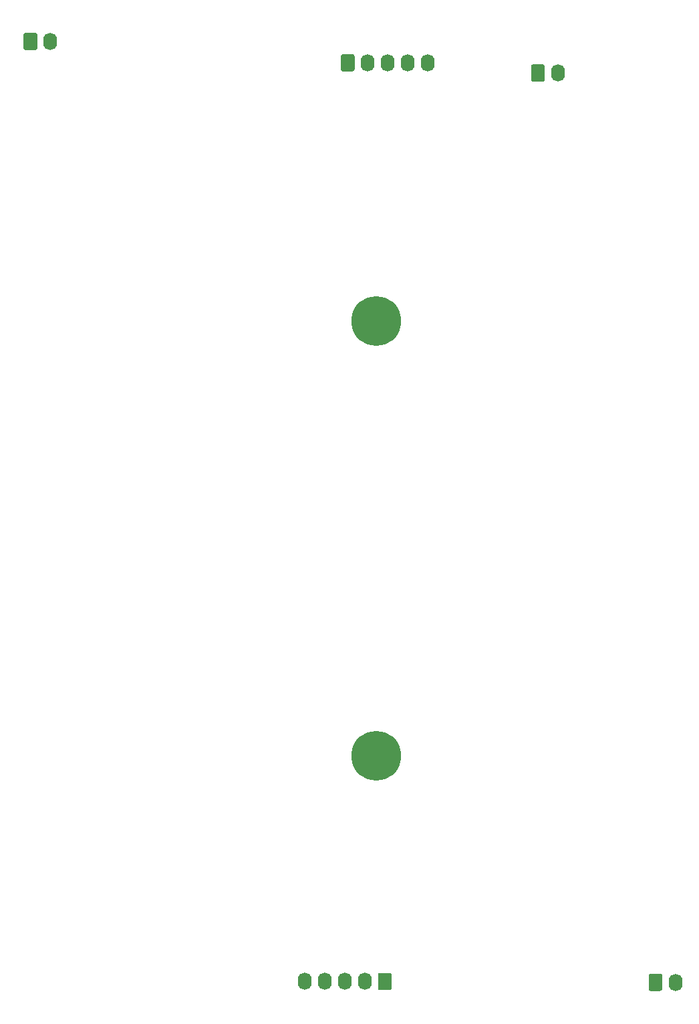
<source format=gbr>
%TF.GenerationSoftware,KiCad,Pcbnew,(5.1.6)-1*%
%TF.CreationDate,2020-08-16T12:36:38+01:00*%
%TF.ProjectId,KiKadAmigaMeanwell,4b694b61-6441-46d6-9967-614d65616e77,1.00*%
%TF.SameCoordinates,Original*%
%TF.FileFunction,Copper,L1,Top*%
%TF.FilePolarity,Positive*%
%FSLAX46Y46*%
G04 Gerber Fmt 4.6, Leading zero omitted, Abs format (unit mm)*
G04 Created by KiCad (PCBNEW (5.1.6)-1) date 2020-08-16 12:36:38*
%MOMM*%
%LPD*%
G01*
G04 APERTURE LIST*
%TA.AperFunction,ComponentPad*%
%ADD10O,1.740000X2.190000*%
%TD*%
%TA.AperFunction,ComponentPad*%
%ADD11C,6.300000*%
%TD*%
%TA.AperFunction,WasherPad*%
%ADD12C,6.300000*%
%TD*%
G04 APERTURE END LIST*
D10*
%TO.P,5VFan2,2*%
%TO.N,GND*%
X144040000Y-46600000D03*
%TO.P,5VFan2,1*%
%TO.N,+5V*%
%TA.AperFunction,ComponentPad*%
G36*
G01*
X140630000Y-47445001D02*
X140630000Y-45754999D01*
G75*
G02*
X140879999Y-45505000I249999J0D01*
G01*
X142120001Y-45505000D01*
G75*
G02*
X142370000Y-45754999I0J-249999D01*
G01*
X142370000Y-47445001D01*
G75*
G02*
X142120001Y-47695000I-249999J0D01*
G01*
X140879999Y-47695000D01*
G75*
G02*
X140630000Y-47445001I0J249999D01*
G01*
G37*
%TD.AperFunction*%
%TD*%
%TO.P,FromMeanwell1,5*%
%TO.N,Net-(FromMeanwell1-Pad5)*%
X111940000Y-161600000D03*
%TO.P,FromMeanwell1,4*%
%TO.N,-12V*%
X114480000Y-161600000D03*
%TO.P,FromMeanwell1,3*%
%TO.N,+12V*%
X117020000Y-161600000D03*
%TO.P,FromMeanwell1,2*%
%TO.N,GND*%
X119560000Y-161600000D03*
%TO.P,FromMeanwell1,1*%
%TO.N,+5V*%
%TA.AperFunction,ComponentPad*%
G36*
G01*
X122970000Y-160754999D02*
X122970000Y-162445001D01*
G75*
G02*
X122720001Y-162695000I-249999J0D01*
G01*
X121479999Y-162695000D01*
G75*
G02*
X121230000Y-162445001I0J249999D01*
G01*
X121230000Y-160754999D01*
G75*
G02*
X121479999Y-160505000I249999J0D01*
G01*
X122720001Y-160505000D01*
G75*
G02*
X122970000Y-160754999I0J-249999D01*
G01*
G37*
%TD.AperFunction*%
%TD*%
%TO.P,ToAmiga1,5*%
%TO.N,+5V*%
X127560000Y-45300000D03*
%TO.P,ToAmiga1,4*%
%TO.N,GND*%
X125020000Y-45300000D03*
%TO.P,ToAmiga1,3*%
%TO.N,+12V*%
X122480000Y-45300000D03*
%TO.P,ToAmiga1,2*%
%TO.N,-12V*%
X119940000Y-45300000D03*
%TO.P,ToAmiga1,1*%
%TO.N,Earth*%
%TA.AperFunction,ComponentPad*%
G36*
G01*
X116530000Y-46145001D02*
X116530000Y-44454999D01*
G75*
G02*
X116779999Y-44205000I249999J0D01*
G01*
X118020001Y-44205000D01*
G75*
G02*
X118270000Y-44454999I0J-249999D01*
G01*
X118270000Y-46145001D01*
G75*
G02*
X118020001Y-46395000I-249999J0D01*
G01*
X116779999Y-46395000D01*
G75*
G02*
X116530000Y-46145001I0J249999D01*
G01*
G37*
%TD.AperFunction*%
%TD*%
%TO.P,5VFan1,2*%
%TO.N,GND*%
X158940000Y-161700000D03*
%TO.P,5VFan1,1*%
%TO.N,+5V*%
%TA.AperFunction,ComponentPad*%
G36*
G01*
X155530000Y-162545001D02*
X155530000Y-160854999D01*
G75*
G02*
X155779999Y-160605000I249999J0D01*
G01*
X157020001Y-160605000D01*
G75*
G02*
X157270000Y-160854999I0J-249999D01*
G01*
X157270000Y-162545001D01*
G75*
G02*
X157020001Y-162795000I-249999J0D01*
G01*
X155779999Y-162795000D01*
G75*
G02*
X155530000Y-162545001I0J249999D01*
G01*
G37*
%TD.AperFunction*%
%TD*%
%TO.P,12VFan1,2*%
%TO.N,GND*%
X79740000Y-42600000D03*
%TO.P,12VFan1,1*%
%TO.N,+12V*%
%TA.AperFunction,ComponentPad*%
G36*
G01*
X76330000Y-43445001D02*
X76330000Y-41754999D01*
G75*
G02*
X76579999Y-41505000I249999J0D01*
G01*
X77820001Y-41505000D01*
G75*
G02*
X78070000Y-41754999I0J-249999D01*
G01*
X78070000Y-43445001D01*
G75*
G02*
X77820001Y-43695000I-249999J0D01*
G01*
X76579999Y-43695000D01*
G75*
G02*
X76330000Y-43445001I0J249999D01*
G01*
G37*
%TD.AperFunction*%
%TD*%
D11*
%TO.P,Meanwell RT-50B,*%
%TO.N,Earth*%
X121000000Y-78000000D03*
D12*
%TO.N,*%
X121000000Y-133000000D03*
%TD*%
M02*

</source>
